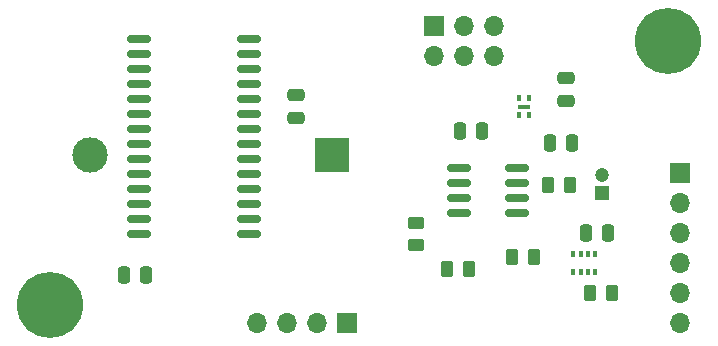
<source format=gbr>
%TF.GenerationSoftware,KiCad,Pcbnew,(6.0.1)*%
%TF.CreationDate,2022-03-15T19:27:33-04:00*%
%TF.ProjectId,Main-Board,4d61696e-2d42-46f6-9172-642e6b696361,rev?*%
%TF.SameCoordinates,Original*%
%TF.FileFunction,Soldermask,Top*%
%TF.FilePolarity,Negative*%
%FSLAX46Y46*%
G04 Gerber Fmt 4.6, Leading zero omitted, Abs format (unit mm)*
G04 Created by KiCad (PCBNEW (6.0.1)) date 2022-03-15 19:27:33*
%MOMM*%
%LPD*%
G01*
G04 APERTURE LIST*
G04 Aperture macros list*
%AMRoundRect*
0 Rectangle with rounded corners*
0 $1 Rounding radius*
0 $2 $3 $4 $5 $6 $7 $8 $9 X,Y pos of 4 corners*
0 Add a 4 corners polygon primitive as box body*
4,1,4,$2,$3,$4,$5,$6,$7,$8,$9,$2,$3,0*
0 Add four circle primitives for the rounded corners*
1,1,$1+$1,$2,$3*
1,1,$1+$1,$4,$5*
1,1,$1+$1,$6,$7*
1,1,$1+$1,$8,$9*
0 Add four rect primitives between the rounded corners*
20,1,$1+$1,$2,$3,$4,$5,0*
20,1,$1+$1,$4,$5,$6,$7,0*
20,1,$1+$1,$6,$7,$8,$9,0*
20,1,$1+$1,$8,$9,$2,$3,0*%
G04 Aperture macros list end*
%ADD10RoundRect,0.250000X0.262500X0.450000X-0.262500X0.450000X-0.262500X-0.450000X0.262500X-0.450000X0*%
%ADD11RoundRect,0.150000X-0.825000X-0.150000X0.825000X-0.150000X0.825000X0.150000X-0.825000X0.150000X0*%
%ADD12RoundRect,0.250000X0.250000X0.475000X-0.250000X0.475000X-0.250000X-0.475000X0.250000X-0.475000X0*%
%ADD13RoundRect,0.250000X-0.262500X-0.450000X0.262500X-0.450000X0.262500X0.450000X-0.262500X0.450000X0*%
%ADD14RoundRect,0.250000X-0.250000X-0.475000X0.250000X-0.475000X0.250000X0.475000X-0.250000X0.475000X0*%
%ADD15R,1.700000X1.700000*%
%ADD16O,1.700000X1.700000*%
%ADD17RoundRect,0.250000X-0.475000X0.250000X-0.475000X-0.250000X0.475000X-0.250000X0.475000X0.250000X0*%
%ADD18C,5.600000*%
%ADD19RoundRect,0.150000X-0.875000X-0.150000X0.875000X-0.150000X0.875000X0.150000X-0.875000X0.150000X0*%
%ADD20RoundRect,0.250000X0.450000X-0.262500X0.450000X0.262500X-0.450000X0.262500X-0.450000X-0.262500X0*%
%ADD21R,0.400000X0.500000*%
%ADD22R,0.300000X0.500000*%
%ADD23R,1.000000X0.400000*%
%ADD24RoundRect,0.250000X0.475000X-0.250000X0.475000X0.250000X-0.475000X0.250000X-0.475000X-0.250000X0*%
%ADD25R,3.000000X3.000000*%
%ADD26C,3.000000*%
%ADD27R,1.200000X1.200000*%
%ADD28C,1.200000*%
G04 APERTURE END LIST*
D10*
%TO.C,R12*%
X148129000Y-115824000D03*
X146304000Y-115824000D03*
%TD*%
D11*
%TO.C,U5*%
X138749000Y-114427000D03*
X138749000Y-115697000D03*
X138749000Y-116967000D03*
X138749000Y-118237000D03*
X143699000Y-118237000D03*
X143699000Y-116967000D03*
X143699000Y-115697000D03*
X143699000Y-114427000D03*
%TD*%
D12*
%TO.C,C8*%
X112268000Y-123444000D03*
X110368000Y-123444000D03*
%TD*%
D13*
%TO.C,R11*%
X143256000Y-121920000D03*
X145081000Y-121920000D03*
%TD*%
D14*
%TO.C,C13*%
X146436000Y-112268000D03*
X148336000Y-112268000D03*
%TD*%
D15*
%TO.C,J1*%
X157480000Y-114808000D03*
D16*
X157480000Y-117348000D03*
X157480000Y-119888000D03*
X157480000Y-122428000D03*
X157480000Y-124968000D03*
X157480000Y-127508000D03*
%TD*%
D17*
%TO.C,C9*%
X124968000Y-108270000D03*
X124968000Y-110170000D03*
%TD*%
D18*
%TO.C,REF\u002A\u002A*%
X104140000Y-125984000D03*
%TD*%
D19*
%TO.C,U4*%
X111682000Y-103505000D03*
X111682000Y-104775000D03*
X111682000Y-106045000D03*
X111682000Y-107315000D03*
X111682000Y-108585000D03*
X111682000Y-109855000D03*
X111682000Y-111125000D03*
X111682000Y-112395000D03*
X111682000Y-113665000D03*
X111682000Y-114935000D03*
X111682000Y-116205000D03*
X111682000Y-117475000D03*
X111682000Y-118745000D03*
X111682000Y-120015000D03*
X120982000Y-120015000D03*
X120982000Y-118745000D03*
X120982000Y-117475000D03*
X120982000Y-116205000D03*
X120982000Y-114935000D03*
X120982000Y-113665000D03*
X120982000Y-112395000D03*
X120982000Y-111125000D03*
X120982000Y-109855000D03*
X120982000Y-108585000D03*
X120982000Y-107315000D03*
X120982000Y-106045000D03*
X120982000Y-104775000D03*
X120982000Y-103505000D03*
%TD*%
D14*
%TO.C,C10*%
X138816000Y-111252000D03*
X140716000Y-111252000D03*
%TD*%
D20*
%TO.C,R9*%
X135128000Y-120904000D03*
X135128000Y-119079000D03*
%TD*%
D14*
%TO.C,C12*%
X149484000Y-119888000D03*
X151384000Y-119888000D03*
%TD*%
D18*
%TO.C,REF\u002A\u002A*%
X156464000Y-103632000D03*
%TD*%
D10*
%TO.C,R13*%
X151685000Y-124968000D03*
X149860000Y-124968000D03*
%TD*%
D13*
%TO.C,R10*%
X137771500Y-122936000D03*
X139596500Y-122936000D03*
%TD*%
D21*
%TO.C,U7*%
X150302000Y-123178000D03*
X149652000Y-123178000D03*
X149052000Y-123178000D03*
X148402000Y-123178000D03*
X148402000Y-121678000D03*
X149052000Y-121678000D03*
X149652000Y-121678000D03*
X150302000Y-121678000D03*
%TD*%
D22*
%TO.C,U6*%
X143872000Y-109920000D03*
X144672000Y-109920000D03*
X144672000Y-108520000D03*
X143872000Y-108520000D03*
D23*
X144272000Y-109220000D03*
%TD*%
D24*
%TO.C,C11*%
X147828000Y-108712000D03*
X147828000Y-106812000D03*
%TD*%
D15*
%TO.C,J2*%
X136652000Y-102357000D03*
D16*
X136652000Y-104897000D03*
X139192000Y-102357000D03*
X139192000Y-104897000D03*
X141732000Y-102357000D03*
X141732000Y-104897000D03*
%TD*%
D25*
%TO.C,BT1*%
X128016000Y-113284000D03*
D26*
X107526000Y-113284000D03*
%TD*%
D27*
%TO.C,C7*%
X150876000Y-116546600D03*
D28*
X150876000Y-115046600D03*
%TD*%
D15*
%TO.C,J3*%
X129276000Y-127533000D03*
D16*
X126736000Y-127533000D03*
X124196000Y-127533000D03*
X121656000Y-127533000D03*
%TD*%
M02*

</source>
